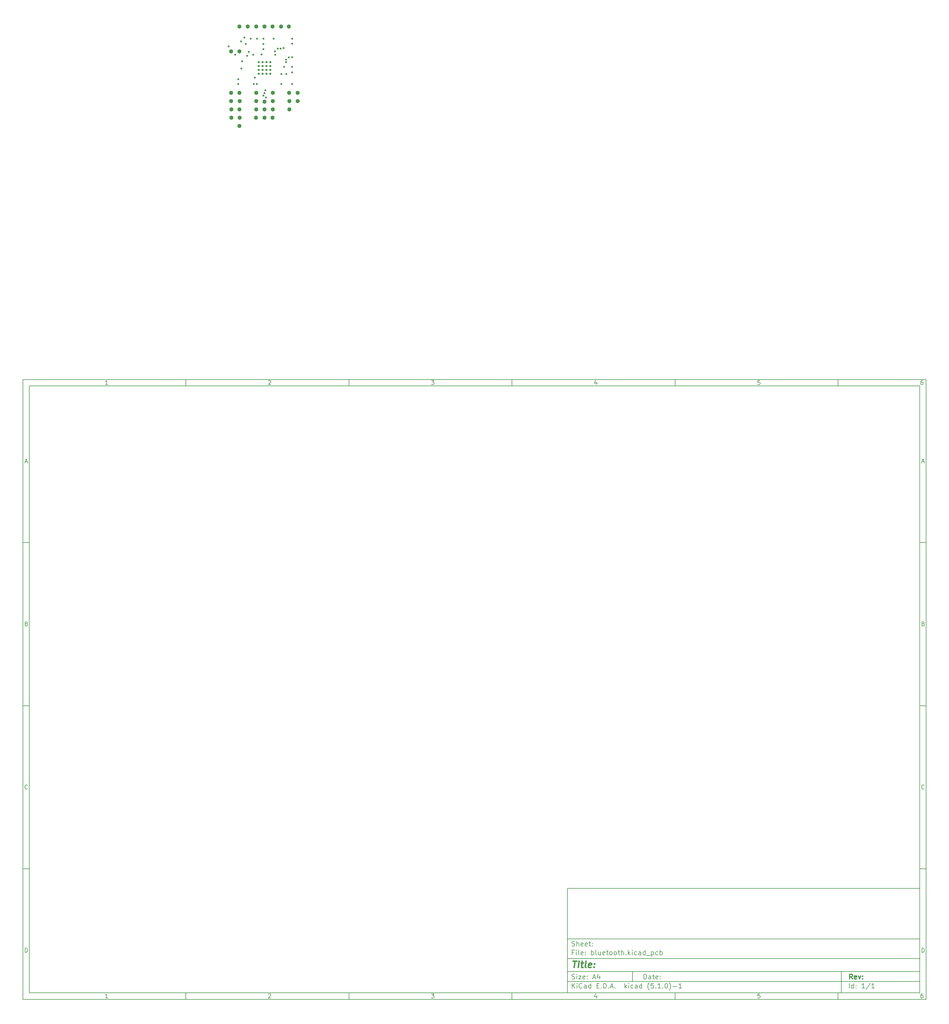
<source format=gbr>
G04 #@! TF.GenerationSoftware,KiCad,Pcbnew,(5.1.0)-1*
G04 #@! TF.CreationDate,2019-07-07T14:12:53+03:00*
G04 #@! TF.ProjectId,bluetooth,626c7565-746f-46f7-9468-2e6b69636164,rev?*
G04 #@! TF.SameCoordinates,Original*
G04 #@! TF.FileFunction,Copper,L28,Inr*
G04 #@! TF.FilePolarity,Positive*
%FSLAX46Y46*%
G04 Gerber Fmt 4.6, Leading zero omitted, Abs format (unit mm)*
G04 Created by KiCad (PCBNEW (5.1.0)-1) date 2019-07-07 14:12:53*
%MOMM*%
%LPD*%
G04 APERTURE LIST*
%ADD10C,0.100000*%
%ADD11C,0.150000*%
%ADD12C,0.300000*%
%ADD13C,0.400000*%
G04 #@! TA.AperFunction,ViaPad*
%ADD14C,1.300000*%
G04 #@! TD*
G04 #@! TA.AperFunction,ViaPad*
%ADD15C,0.609600*%
G04 #@! TD*
G04 #@! TA.AperFunction,ViaPad*
%ADD16C,0.660000*%
G04 #@! TD*
G04 APERTURE END LIST*
D10*
D11*
X177002200Y-166007200D02*
X177002200Y-198007200D01*
X285002200Y-198007200D01*
X285002200Y-166007200D01*
X177002200Y-166007200D01*
D10*
D11*
X10000000Y-10000000D02*
X10000000Y-200007200D01*
X287002200Y-200007200D01*
X287002200Y-10000000D01*
X10000000Y-10000000D01*
D10*
D11*
X12000000Y-12000000D02*
X12000000Y-198007200D01*
X285002200Y-198007200D01*
X285002200Y-12000000D01*
X12000000Y-12000000D01*
D10*
D11*
X60000000Y-12000000D02*
X60000000Y-10000000D01*
D10*
D11*
X110000000Y-12000000D02*
X110000000Y-10000000D01*
D10*
D11*
X160000000Y-12000000D02*
X160000000Y-10000000D01*
D10*
D11*
X210000000Y-12000000D02*
X210000000Y-10000000D01*
D10*
D11*
X260000000Y-12000000D02*
X260000000Y-10000000D01*
D10*
D11*
X36065476Y-11588095D02*
X35322619Y-11588095D01*
X35694047Y-11588095D02*
X35694047Y-10288095D01*
X35570238Y-10473809D01*
X35446428Y-10597619D01*
X35322619Y-10659523D01*
D10*
D11*
X85322619Y-10411904D02*
X85384523Y-10350000D01*
X85508333Y-10288095D01*
X85817857Y-10288095D01*
X85941666Y-10350000D01*
X86003571Y-10411904D01*
X86065476Y-10535714D01*
X86065476Y-10659523D01*
X86003571Y-10845238D01*
X85260714Y-11588095D01*
X86065476Y-11588095D01*
D10*
D11*
X135260714Y-10288095D02*
X136065476Y-10288095D01*
X135632142Y-10783333D01*
X135817857Y-10783333D01*
X135941666Y-10845238D01*
X136003571Y-10907142D01*
X136065476Y-11030952D01*
X136065476Y-11340476D01*
X136003571Y-11464285D01*
X135941666Y-11526190D01*
X135817857Y-11588095D01*
X135446428Y-11588095D01*
X135322619Y-11526190D01*
X135260714Y-11464285D01*
D10*
D11*
X185941666Y-10721428D02*
X185941666Y-11588095D01*
X185632142Y-10226190D02*
X185322619Y-11154761D01*
X186127380Y-11154761D01*
D10*
D11*
X236003571Y-10288095D02*
X235384523Y-10288095D01*
X235322619Y-10907142D01*
X235384523Y-10845238D01*
X235508333Y-10783333D01*
X235817857Y-10783333D01*
X235941666Y-10845238D01*
X236003571Y-10907142D01*
X236065476Y-11030952D01*
X236065476Y-11340476D01*
X236003571Y-11464285D01*
X235941666Y-11526190D01*
X235817857Y-11588095D01*
X235508333Y-11588095D01*
X235384523Y-11526190D01*
X235322619Y-11464285D01*
D10*
D11*
X285941666Y-10288095D02*
X285694047Y-10288095D01*
X285570238Y-10350000D01*
X285508333Y-10411904D01*
X285384523Y-10597619D01*
X285322619Y-10845238D01*
X285322619Y-11340476D01*
X285384523Y-11464285D01*
X285446428Y-11526190D01*
X285570238Y-11588095D01*
X285817857Y-11588095D01*
X285941666Y-11526190D01*
X286003571Y-11464285D01*
X286065476Y-11340476D01*
X286065476Y-11030952D01*
X286003571Y-10907142D01*
X285941666Y-10845238D01*
X285817857Y-10783333D01*
X285570238Y-10783333D01*
X285446428Y-10845238D01*
X285384523Y-10907142D01*
X285322619Y-11030952D01*
D10*
D11*
X60000000Y-198007200D02*
X60000000Y-200007200D01*
D10*
D11*
X110000000Y-198007200D02*
X110000000Y-200007200D01*
D10*
D11*
X160000000Y-198007200D02*
X160000000Y-200007200D01*
D10*
D11*
X210000000Y-198007200D02*
X210000000Y-200007200D01*
D10*
D11*
X260000000Y-198007200D02*
X260000000Y-200007200D01*
D10*
D11*
X36065476Y-199595295D02*
X35322619Y-199595295D01*
X35694047Y-199595295D02*
X35694047Y-198295295D01*
X35570238Y-198481009D01*
X35446428Y-198604819D01*
X35322619Y-198666723D01*
D10*
D11*
X85322619Y-198419104D02*
X85384523Y-198357200D01*
X85508333Y-198295295D01*
X85817857Y-198295295D01*
X85941666Y-198357200D01*
X86003571Y-198419104D01*
X86065476Y-198542914D01*
X86065476Y-198666723D01*
X86003571Y-198852438D01*
X85260714Y-199595295D01*
X86065476Y-199595295D01*
D10*
D11*
X135260714Y-198295295D02*
X136065476Y-198295295D01*
X135632142Y-198790533D01*
X135817857Y-198790533D01*
X135941666Y-198852438D01*
X136003571Y-198914342D01*
X136065476Y-199038152D01*
X136065476Y-199347676D01*
X136003571Y-199471485D01*
X135941666Y-199533390D01*
X135817857Y-199595295D01*
X135446428Y-199595295D01*
X135322619Y-199533390D01*
X135260714Y-199471485D01*
D10*
D11*
X185941666Y-198728628D02*
X185941666Y-199595295D01*
X185632142Y-198233390D02*
X185322619Y-199161961D01*
X186127380Y-199161961D01*
D10*
D11*
X236003571Y-198295295D02*
X235384523Y-198295295D01*
X235322619Y-198914342D01*
X235384523Y-198852438D01*
X235508333Y-198790533D01*
X235817857Y-198790533D01*
X235941666Y-198852438D01*
X236003571Y-198914342D01*
X236065476Y-199038152D01*
X236065476Y-199347676D01*
X236003571Y-199471485D01*
X235941666Y-199533390D01*
X235817857Y-199595295D01*
X235508333Y-199595295D01*
X235384523Y-199533390D01*
X235322619Y-199471485D01*
D10*
D11*
X285941666Y-198295295D02*
X285694047Y-198295295D01*
X285570238Y-198357200D01*
X285508333Y-198419104D01*
X285384523Y-198604819D01*
X285322619Y-198852438D01*
X285322619Y-199347676D01*
X285384523Y-199471485D01*
X285446428Y-199533390D01*
X285570238Y-199595295D01*
X285817857Y-199595295D01*
X285941666Y-199533390D01*
X286003571Y-199471485D01*
X286065476Y-199347676D01*
X286065476Y-199038152D01*
X286003571Y-198914342D01*
X285941666Y-198852438D01*
X285817857Y-198790533D01*
X285570238Y-198790533D01*
X285446428Y-198852438D01*
X285384523Y-198914342D01*
X285322619Y-199038152D01*
D10*
D11*
X10000000Y-60000000D02*
X12000000Y-60000000D01*
D10*
D11*
X10000000Y-110000000D02*
X12000000Y-110000000D01*
D10*
D11*
X10000000Y-160000000D02*
X12000000Y-160000000D01*
D10*
D11*
X10690476Y-35216666D02*
X11309523Y-35216666D01*
X10566666Y-35588095D02*
X11000000Y-34288095D01*
X11433333Y-35588095D01*
D10*
D11*
X11092857Y-84907142D02*
X11278571Y-84969047D01*
X11340476Y-85030952D01*
X11402380Y-85154761D01*
X11402380Y-85340476D01*
X11340476Y-85464285D01*
X11278571Y-85526190D01*
X11154761Y-85588095D01*
X10659523Y-85588095D01*
X10659523Y-84288095D01*
X11092857Y-84288095D01*
X11216666Y-84350000D01*
X11278571Y-84411904D01*
X11340476Y-84535714D01*
X11340476Y-84659523D01*
X11278571Y-84783333D01*
X11216666Y-84845238D01*
X11092857Y-84907142D01*
X10659523Y-84907142D01*
D10*
D11*
X11402380Y-135464285D02*
X11340476Y-135526190D01*
X11154761Y-135588095D01*
X11030952Y-135588095D01*
X10845238Y-135526190D01*
X10721428Y-135402380D01*
X10659523Y-135278571D01*
X10597619Y-135030952D01*
X10597619Y-134845238D01*
X10659523Y-134597619D01*
X10721428Y-134473809D01*
X10845238Y-134350000D01*
X11030952Y-134288095D01*
X11154761Y-134288095D01*
X11340476Y-134350000D01*
X11402380Y-134411904D01*
D10*
D11*
X10659523Y-185588095D02*
X10659523Y-184288095D01*
X10969047Y-184288095D01*
X11154761Y-184350000D01*
X11278571Y-184473809D01*
X11340476Y-184597619D01*
X11402380Y-184845238D01*
X11402380Y-185030952D01*
X11340476Y-185278571D01*
X11278571Y-185402380D01*
X11154761Y-185526190D01*
X10969047Y-185588095D01*
X10659523Y-185588095D01*
D10*
D11*
X287002200Y-60000000D02*
X285002200Y-60000000D01*
D10*
D11*
X287002200Y-110000000D02*
X285002200Y-110000000D01*
D10*
D11*
X287002200Y-160000000D02*
X285002200Y-160000000D01*
D10*
D11*
X285692676Y-35216666D02*
X286311723Y-35216666D01*
X285568866Y-35588095D02*
X286002200Y-34288095D01*
X286435533Y-35588095D01*
D10*
D11*
X286095057Y-84907142D02*
X286280771Y-84969047D01*
X286342676Y-85030952D01*
X286404580Y-85154761D01*
X286404580Y-85340476D01*
X286342676Y-85464285D01*
X286280771Y-85526190D01*
X286156961Y-85588095D01*
X285661723Y-85588095D01*
X285661723Y-84288095D01*
X286095057Y-84288095D01*
X286218866Y-84350000D01*
X286280771Y-84411904D01*
X286342676Y-84535714D01*
X286342676Y-84659523D01*
X286280771Y-84783333D01*
X286218866Y-84845238D01*
X286095057Y-84907142D01*
X285661723Y-84907142D01*
D10*
D11*
X286404580Y-135464285D02*
X286342676Y-135526190D01*
X286156961Y-135588095D01*
X286033152Y-135588095D01*
X285847438Y-135526190D01*
X285723628Y-135402380D01*
X285661723Y-135278571D01*
X285599819Y-135030952D01*
X285599819Y-134845238D01*
X285661723Y-134597619D01*
X285723628Y-134473809D01*
X285847438Y-134350000D01*
X286033152Y-134288095D01*
X286156961Y-134288095D01*
X286342676Y-134350000D01*
X286404580Y-134411904D01*
D10*
D11*
X285661723Y-185588095D02*
X285661723Y-184288095D01*
X285971247Y-184288095D01*
X286156961Y-184350000D01*
X286280771Y-184473809D01*
X286342676Y-184597619D01*
X286404580Y-184845238D01*
X286404580Y-185030952D01*
X286342676Y-185278571D01*
X286280771Y-185402380D01*
X286156961Y-185526190D01*
X285971247Y-185588095D01*
X285661723Y-185588095D01*
D10*
D11*
X200434342Y-193785771D02*
X200434342Y-192285771D01*
X200791485Y-192285771D01*
X201005771Y-192357200D01*
X201148628Y-192500057D01*
X201220057Y-192642914D01*
X201291485Y-192928628D01*
X201291485Y-193142914D01*
X201220057Y-193428628D01*
X201148628Y-193571485D01*
X201005771Y-193714342D01*
X200791485Y-193785771D01*
X200434342Y-193785771D01*
X202577200Y-193785771D02*
X202577200Y-193000057D01*
X202505771Y-192857200D01*
X202362914Y-192785771D01*
X202077200Y-192785771D01*
X201934342Y-192857200D01*
X202577200Y-193714342D02*
X202434342Y-193785771D01*
X202077200Y-193785771D01*
X201934342Y-193714342D01*
X201862914Y-193571485D01*
X201862914Y-193428628D01*
X201934342Y-193285771D01*
X202077200Y-193214342D01*
X202434342Y-193214342D01*
X202577200Y-193142914D01*
X203077200Y-192785771D02*
X203648628Y-192785771D01*
X203291485Y-192285771D02*
X203291485Y-193571485D01*
X203362914Y-193714342D01*
X203505771Y-193785771D01*
X203648628Y-193785771D01*
X204720057Y-193714342D02*
X204577200Y-193785771D01*
X204291485Y-193785771D01*
X204148628Y-193714342D01*
X204077200Y-193571485D01*
X204077200Y-193000057D01*
X204148628Y-192857200D01*
X204291485Y-192785771D01*
X204577200Y-192785771D01*
X204720057Y-192857200D01*
X204791485Y-193000057D01*
X204791485Y-193142914D01*
X204077200Y-193285771D01*
X205434342Y-193642914D02*
X205505771Y-193714342D01*
X205434342Y-193785771D01*
X205362914Y-193714342D01*
X205434342Y-193642914D01*
X205434342Y-193785771D01*
X205434342Y-192857200D02*
X205505771Y-192928628D01*
X205434342Y-193000057D01*
X205362914Y-192928628D01*
X205434342Y-192857200D01*
X205434342Y-193000057D01*
D10*
D11*
X177002200Y-194507200D02*
X285002200Y-194507200D01*
D10*
D11*
X178434342Y-196585771D02*
X178434342Y-195085771D01*
X179291485Y-196585771D02*
X178648628Y-195728628D01*
X179291485Y-195085771D02*
X178434342Y-195942914D01*
X179934342Y-196585771D02*
X179934342Y-195585771D01*
X179934342Y-195085771D02*
X179862914Y-195157200D01*
X179934342Y-195228628D01*
X180005771Y-195157200D01*
X179934342Y-195085771D01*
X179934342Y-195228628D01*
X181505771Y-196442914D02*
X181434342Y-196514342D01*
X181220057Y-196585771D01*
X181077200Y-196585771D01*
X180862914Y-196514342D01*
X180720057Y-196371485D01*
X180648628Y-196228628D01*
X180577200Y-195942914D01*
X180577200Y-195728628D01*
X180648628Y-195442914D01*
X180720057Y-195300057D01*
X180862914Y-195157200D01*
X181077200Y-195085771D01*
X181220057Y-195085771D01*
X181434342Y-195157200D01*
X181505771Y-195228628D01*
X182791485Y-196585771D02*
X182791485Y-195800057D01*
X182720057Y-195657200D01*
X182577200Y-195585771D01*
X182291485Y-195585771D01*
X182148628Y-195657200D01*
X182791485Y-196514342D02*
X182648628Y-196585771D01*
X182291485Y-196585771D01*
X182148628Y-196514342D01*
X182077200Y-196371485D01*
X182077200Y-196228628D01*
X182148628Y-196085771D01*
X182291485Y-196014342D01*
X182648628Y-196014342D01*
X182791485Y-195942914D01*
X184148628Y-196585771D02*
X184148628Y-195085771D01*
X184148628Y-196514342D02*
X184005771Y-196585771D01*
X183720057Y-196585771D01*
X183577200Y-196514342D01*
X183505771Y-196442914D01*
X183434342Y-196300057D01*
X183434342Y-195871485D01*
X183505771Y-195728628D01*
X183577200Y-195657200D01*
X183720057Y-195585771D01*
X184005771Y-195585771D01*
X184148628Y-195657200D01*
X186005771Y-195800057D02*
X186505771Y-195800057D01*
X186720057Y-196585771D02*
X186005771Y-196585771D01*
X186005771Y-195085771D01*
X186720057Y-195085771D01*
X187362914Y-196442914D02*
X187434342Y-196514342D01*
X187362914Y-196585771D01*
X187291485Y-196514342D01*
X187362914Y-196442914D01*
X187362914Y-196585771D01*
X188077200Y-196585771D02*
X188077200Y-195085771D01*
X188434342Y-195085771D01*
X188648628Y-195157200D01*
X188791485Y-195300057D01*
X188862914Y-195442914D01*
X188934342Y-195728628D01*
X188934342Y-195942914D01*
X188862914Y-196228628D01*
X188791485Y-196371485D01*
X188648628Y-196514342D01*
X188434342Y-196585771D01*
X188077200Y-196585771D01*
X189577200Y-196442914D02*
X189648628Y-196514342D01*
X189577200Y-196585771D01*
X189505771Y-196514342D01*
X189577200Y-196442914D01*
X189577200Y-196585771D01*
X190220057Y-196157200D02*
X190934342Y-196157200D01*
X190077200Y-196585771D02*
X190577200Y-195085771D01*
X191077200Y-196585771D01*
X191577200Y-196442914D02*
X191648628Y-196514342D01*
X191577200Y-196585771D01*
X191505771Y-196514342D01*
X191577200Y-196442914D01*
X191577200Y-196585771D01*
X194577200Y-196585771D02*
X194577200Y-195085771D01*
X194720057Y-196014342D02*
X195148628Y-196585771D01*
X195148628Y-195585771D02*
X194577200Y-196157200D01*
X195791485Y-196585771D02*
X195791485Y-195585771D01*
X195791485Y-195085771D02*
X195720057Y-195157200D01*
X195791485Y-195228628D01*
X195862914Y-195157200D01*
X195791485Y-195085771D01*
X195791485Y-195228628D01*
X197148628Y-196514342D02*
X197005771Y-196585771D01*
X196720057Y-196585771D01*
X196577200Y-196514342D01*
X196505771Y-196442914D01*
X196434342Y-196300057D01*
X196434342Y-195871485D01*
X196505771Y-195728628D01*
X196577200Y-195657200D01*
X196720057Y-195585771D01*
X197005771Y-195585771D01*
X197148628Y-195657200D01*
X198434342Y-196585771D02*
X198434342Y-195800057D01*
X198362914Y-195657200D01*
X198220057Y-195585771D01*
X197934342Y-195585771D01*
X197791485Y-195657200D01*
X198434342Y-196514342D02*
X198291485Y-196585771D01*
X197934342Y-196585771D01*
X197791485Y-196514342D01*
X197720057Y-196371485D01*
X197720057Y-196228628D01*
X197791485Y-196085771D01*
X197934342Y-196014342D01*
X198291485Y-196014342D01*
X198434342Y-195942914D01*
X199791485Y-196585771D02*
X199791485Y-195085771D01*
X199791485Y-196514342D02*
X199648628Y-196585771D01*
X199362914Y-196585771D01*
X199220057Y-196514342D01*
X199148628Y-196442914D01*
X199077200Y-196300057D01*
X199077200Y-195871485D01*
X199148628Y-195728628D01*
X199220057Y-195657200D01*
X199362914Y-195585771D01*
X199648628Y-195585771D01*
X199791485Y-195657200D01*
X202077200Y-197157200D02*
X202005771Y-197085771D01*
X201862914Y-196871485D01*
X201791485Y-196728628D01*
X201720057Y-196514342D01*
X201648628Y-196157200D01*
X201648628Y-195871485D01*
X201720057Y-195514342D01*
X201791485Y-195300057D01*
X201862914Y-195157200D01*
X202005771Y-194942914D01*
X202077200Y-194871485D01*
X203362914Y-195085771D02*
X202648628Y-195085771D01*
X202577200Y-195800057D01*
X202648628Y-195728628D01*
X202791485Y-195657200D01*
X203148628Y-195657200D01*
X203291485Y-195728628D01*
X203362914Y-195800057D01*
X203434342Y-195942914D01*
X203434342Y-196300057D01*
X203362914Y-196442914D01*
X203291485Y-196514342D01*
X203148628Y-196585771D01*
X202791485Y-196585771D01*
X202648628Y-196514342D01*
X202577200Y-196442914D01*
X204077200Y-196442914D02*
X204148628Y-196514342D01*
X204077200Y-196585771D01*
X204005771Y-196514342D01*
X204077200Y-196442914D01*
X204077200Y-196585771D01*
X205577200Y-196585771D02*
X204720057Y-196585771D01*
X205148628Y-196585771D02*
X205148628Y-195085771D01*
X205005771Y-195300057D01*
X204862914Y-195442914D01*
X204720057Y-195514342D01*
X206220057Y-196442914D02*
X206291485Y-196514342D01*
X206220057Y-196585771D01*
X206148628Y-196514342D01*
X206220057Y-196442914D01*
X206220057Y-196585771D01*
X207220057Y-195085771D02*
X207362914Y-195085771D01*
X207505771Y-195157200D01*
X207577200Y-195228628D01*
X207648628Y-195371485D01*
X207720057Y-195657200D01*
X207720057Y-196014342D01*
X207648628Y-196300057D01*
X207577200Y-196442914D01*
X207505771Y-196514342D01*
X207362914Y-196585771D01*
X207220057Y-196585771D01*
X207077200Y-196514342D01*
X207005771Y-196442914D01*
X206934342Y-196300057D01*
X206862914Y-196014342D01*
X206862914Y-195657200D01*
X206934342Y-195371485D01*
X207005771Y-195228628D01*
X207077200Y-195157200D01*
X207220057Y-195085771D01*
X208220057Y-197157200D02*
X208291485Y-197085771D01*
X208434342Y-196871485D01*
X208505771Y-196728628D01*
X208577200Y-196514342D01*
X208648628Y-196157200D01*
X208648628Y-195871485D01*
X208577200Y-195514342D01*
X208505771Y-195300057D01*
X208434342Y-195157200D01*
X208291485Y-194942914D01*
X208220057Y-194871485D01*
X209362914Y-196014342D02*
X210505771Y-196014342D01*
X212005771Y-196585771D02*
X211148628Y-196585771D01*
X211577200Y-196585771D02*
X211577200Y-195085771D01*
X211434342Y-195300057D01*
X211291485Y-195442914D01*
X211148628Y-195514342D01*
D10*
D11*
X177002200Y-191507200D02*
X285002200Y-191507200D01*
D10*
D12*
X264411485Y-193785771D02*
X263911485Y-193071485D01*
X263554342Y-193785771D02*
X263554342Y-192285771D01*
X264125771Y-192285771D01*
X264268628Y-192357200D01*
X264340057Y-192428628D01*
X264411485Y-192571485D01*
X264411485Y-192785771D01*
X264340057Y-192928628D01*
X264268628Y-193000057D01*
X264125771Y-193071485D01*
X263554342Y-193071485D01*
X265625771Y-193714342D02*
X265482914Y-193785771D01*
X265197200Y-193785771D01*
X265054342Y-193714342D01*
X264982914Y-193571485D01*
X264982914Y-193000057D01*
X265054342Y-192857200D01*
X265197200Y-192785771D01*
X265482914Y-192785771D01*
X265625771Y-192857200D01*
X265697200Y-193000057D01*
X265697200Y-193142914D01*
X264982914Y-193285771D01*
X266197200Y-192785771D02*
X266554342Y-193785771D01*
X266911485Y-192785771D01*
X267482914Y-193642914D02*
X267554342Y-193714342D01*
X267482914Y-193785771D01*
X267411485Y-193714342D01*
X267482914Y-193642914D01*
X267482914Y-193785771D01*
X267482914Y-192857200D02*
X267554342Y-192928628D01*
X267482914Y-193000057D01*
X267411485Y-192928628D01*
X267482914Y-192857200D01*
X267482914Y-193000057D01*
D10*
D11*
X178362914Y-193714342D02*
X178577200Y-193785771D01*
X178934342Y-193785771D01*
X179077200Y-193714342D01*
X179148628Y-193642914D01*
X179220057Y-193500057D01*
X179220057Y-193357200D01*
X179148628Y-193214342D01*
X179077200Y-193142914D01*
X178934342Y-193071485D01*
X178648628Y-193000057D01*
X178505771Y-192928628D01*
X178434342Y-192857200D01*
X178362914Y-192714342D01*
X178362914Y-192571485D01*
X178434342Y-192428628D01*
X178505771Y-192357200D01*
X178648628Y-192285771D01*
X179005771Y-192285771D01*
X179220057Y-192357200D01*
X179862914Y-193785771D02*
X179862914Y-192785771D01*
X179862914Y-192285771D02*
X179791485Y-192357200D01*
X179862914Y-192428628D01*
X179934342Y-192357200D01*
X179862914Y-192285771D01*
X179862914Y-192428628D01*
X180434342Y-192785771D02*
X181220057Y-192785771D01*
X180434342Y-193785771D01*
X181220057Y-193785771D01*
X182362914Y-193714342D02*
X182220057Y-193785771D01*
X181934342Y-193785771D01*
X181791485Y-193714342D01*
X181720057Y-193571485D01*
X181720057Y-193000057D01*
X181791485Y-192857200D01*
X181934342Y-192785771D01*
X182220057Y-192785771D01*
X182362914Y-192857200D01*
X182434342Y-193000057D01*
X182434342Y-193142914D01*
X181720057Y-193285771D01*
X183077200Y-193642914D02*
X183148628Y-193714342D01*
X183077200Y-193785771D01*
X183005771Y-193714342D01*
X183077200Y-193642914D01*
X183077200Y-193785771D01*
X183077200Y-192857200D02*
X183148628Y-192928628D01*
X183077200Y-193000057D01*
X183005771Y-192928628D01*
X183077200Y-192857200D01*
X183077200Y-193000057D01*
X184862914Y-193357200D02*
X185577200Y-193357200D01*
X184720057Y-193785771D02*
X185220057Y-192285771D01*
X185720057Y-193785771D01*
X186862914Y-192785771D02*
X186862914Y-193785771D01*
X186505771Y-192214342D02*
X186148628Y-193285771D01*
X187077200Y-193285771D01*
D10*
D11*
X263434342Y-196585771D02*
X263434342Y-195085771D01*
X264791485Y-196585771D02*
X264791485Y-195085771D01*
X264791485Y-196514342D02*
X264648628Y-196585771D01*
X264362914Y-196585771D01*
X264220057Y-196514342D01*
X264148628Y-196442914D01*
X264077200Y-196300057D01*
X264077200Y-195871485D01*
X264148628Y-195728628D01*
X264220057Y-195657200D01*
X264362914Y-195585771D01*
X264648628Y-195585771D01*
X264791485Y-195657200D01*
X265505771Y-196442914D02*
X265577200Y-196514342D01*
X265505771Y-196585771D01*
X265434342Y-196514342D01*
X265505771Y-196442914D01*
X265505771Y-196585771D01*
X265505771Y-195657200D02*
X265577200Y-195728628D01*
X265505771Y-195800057D01*
X265434342Y-195728628D01*
X265505771Y-195657200D01*
X265505771Y-195800057D01*
X268148628Y-196585771D02*
X267291485Y-196585771D01*
X267720057Y-196585771D02*
X267720057Y-195085771D01*
X267577200Y-195300057D01*
X267434342Y-195442914D01*
X267291485Y-195514342D01*
X269862914Y-195014342D02*
X268577200Y-196942914D01*
X271148628Y-196585771D02*
X270291485Y-196585771D01*
X270720057Y-196585771D02*
X270720057Y-195085771D01*
X270577200Y-195300057D01*
X270434342Y-195442914D01*
X270291485Y-195514342D01*
D10*
D11*
X177002200Y-187507200D02*
X285002200Y-187507200D01*
D10*
D13*
X178714580Y-188211961D02*
X179857438Y-188211961D01*
X179036009Y-190211961D02*
X179286009Y-188211961D01*
X180274104Y-190211961D02*
X180440771Y-188878628D01*
X180524104Y-188211961D02*
X180416961Y-188307200D01*
X180500295Y-188402438D01*
X180607438Y-188307200D01*
X180524104Y-188211961D01*
X180500295Y-188402438D01*
X181107438Y-188878628D02*
X181869342Y-188878628D01*
X181476485Y-188211961D02*
X181262200Y-189926247D01*
X181333628Y-190116723D01*
X181512200Y-190211961D01*
X181702676Y-190211961D01*
X182655057Y-190211961D02*
X182476485Y-190116723D01*
X182405057Y-189926247D01*
X182619342Y-188211961D01*
X184190771Y-190116723D02*
X183988390Y-190211961D01*
X183607438Y-190211961D01*
X183428866Y-190116723D01*
X183357438Y-189926247D01*
X183452676Y-189164342D01*
X183571723Y-188973866D01*
X183774104Y-188878628D01*
X184155057Y-188878628D01*
X184333628Y-188973866D01*
X184405057Y-189164342D01*
X184381247Y-189354819D01*
X183405057Y-189545295D01*
X185155057Y-190021485D02*
X185238390Y-190116723D01*
X185131247Y-190211961D01*
X185047914Y-190116723D01*
X185155057Y-190021485D01*
X185131247Y-190211961D01*
X185286009Y-188973866D02*
X185369342Y-189069104D01*
X185262200Y-189164342D01*
X185178866Y-189069104D01*
X185286009Y-188973866D01*
X185262200Y-189164342D01*
D10*
D11*
X178934342Y-185600057D02*
X178434342Y-185600057D01*
X178434342Y-186385771D02*
X178434342Y-184885771D01*
X179148628Y-184885771D01*
X179720057Y-186385771D02*
X179720057Y-185385771D01*
X179720057Y-184885771D02*
X179648628Y-184957200D01*
X179720057Y-185028628D01*
X179791485Y-184957200D01*
X179720057Y-184885771D01*
X179720057Y-185028628D01*
X180648628Y-186385771D02*
X180505771Y-186314342D01*
X180434342Y-186171485D01*
X180434342Y-184885771D01*
X181791485Y-186314342D02*
X181648628Y-186385771D01*
X181362914Y-186385771D01*
X181220057Y-186314342D01*
X181148628Y-186171485D01*
X181148628Y-185600057D01*
X181220057Y-185457200D01*
X181362914Y-185385771D01*
X181648628Y-185385771D01*
X181791485Y-185457200D01*
X181862914Y-185600057D01*
X181862914Y-185742914D01*
X181148628Y-185885771D01*
X182505771Y-186242914D02*
X182577200Y-186314342D01*
X182505771Y-186385771D01*
X182434342Y-186314342D01*
X182505771Y-186242914D01*
X182505771Y-186385771D01*
X182505771Y-185457200D02*
X182577200Y-185528628D01*
X182505771Y-185600057D01*
X182434342Y-185528628D01*
X182505771Y-185457200D01*
X182505771Y-185600057D01*
X184362914Y-186385771D02*
X184362914Y-184885771D01*
X184362914Y-185457200D02*
X184505771Y-185385771D01*
X184791485Y-185385771D01*
X184934342Y-185457200D01*
X185005771Y-185528628D01*
X185077200Y-185671485D01*
X185077200Y-186100057D01*
X185005771Y-186242914D01*
X184934342Y-186314342D01*
X184791485Y-186385771D01*
X184505771Y-186385771D01*
X184362914Y-186314342D01*
X185934342Y-186385771D02*
X185791485Y-186314342D01*
X185720057Y-186171485D01*
X185720057Y-184885771D01*
X187148628Y-185385771D02*
X187148628Y-186385771D01*
X186505771Y-185385771D02*
X186505771Y-186171485D01*
X186577200Y-186314342D01*
X186720057Y-186385771D01*
X186934342Y-186385771D01*
X187077200Y-186314342D01*
X187148628Y-186242914D01*
X188434342Y-186314342D02*
X188291485Y-186385771D01*
X188005771Y-186385771D01*
X187862914Y-186314342D01*
X187791485Y-186171485D01*
X187791485Y-185600057D01*
X187862914Y-185457200D01*
X188005771Y-185385771D01*
X188291485Y-185385771D01*
X188434342Y-185457200D01*
X188505771Y-185600057D01*
X188505771Y-185742914D01*
X187791485Y-185885771D01*
X188934342Y-185385771D02*
X189505771Y-185385771D01*
X189148628Y-184885771D02*
X189148628Y-186171485D01*
X189220057Y-186314342D01*
X189362914Y-186385771D01*
X189505771Y-186385771D01*
X190220057Y-186385771D02*
X190077200Y-186314342D01*
X190005771Y-186242914D01*
X189934342Y-186100057D01*
X189934342Y-185671485D01*
X190005771Y-185528628D01*
X190077200Y-185457200D01*
X190220057Y-185385771D01*
X190434342Y-185385771D01*
X190577200Y-185457200D01*
X190648628Y-185528628D01*
X190720057Y-185671485D01*
X190720057Y-186100057D01*
X190648628Y-186242914D01*
X190577200Y-186314342D01*
X190434342Y-186385771D01*
X190220057Y-186385771D01*
X191577200Y-186385771D02*
X191434342Y-186314342D01*
X191362914Y-186242914D01*
X191291485Y-186100057D01*
X191291485Y-185671485D01*
X191362914Y-185528628D01*
X191434342Y-185457200D01*
X191577200Y-185385771D01*
X191791485Y-185385771D01*
X191934342Y-185457200D01*
X192005771Y-185528628D01*
X192077200Y-185671485D01*
X192077200Y-186100057D01*
X192005771Y-186242914D01*
X191934342Y-186314342D01*
X191791485Y-186385771D01*
X191577200Y-186385771D01*
X192505771Y-185385771D02*
X193077200Y-185385771D01*
X192720057Y-184885771D02*
X192720057Y-186171485D01*
X192791485Y-186314342D01*
X192934342Y-186385771D01*
X193077200Y-186385771D01*
X193577200Y-186385771D02*
X193577200Y-184885771D01*
X194220057Y-186385771D02*
X194220057Y-185600057D01*
X194148628Y-185457200D01*
X194005771Y-185385771D01*
X193791485Y-185385771D01*
X193648628Y-185457200D01*
X193577200Y-185528628D01*
X194934342Y-186242914D02*
X195005771Y-186314342D01*
X194934342Y-186385771D01*
X194862914Y-186314342D01*
X194934342Y-186242914D01*
X194934342Y-186385771D01*
X195648628Y-186385771D02*
X195648628Y-184885771D01*
X195791485Y-185814342D02*
X196220057Y-186385771D01*
X196220057Y-185385771D02*
X195648628Y-185957200D01*
X196862914Y-186385771D02*
X196862914Y-185385771D01*
X196862914Y-184885771D02*
X196791485Y-184957200D01*
X196862914Y-185028628D01*
X196934342Y-184957200D01*
X196862914Y-184885771D01*
X196862914Y-185028628D01*
X198220057Y-186314342D02*
X198077200Y-186385771D01*
X197791485Y-186385771D01*
X197648628Y-186314342D01*
X197577200Y-186242914D01*
X197505771Y-186100057D01*
X197505771Y-185671485D01*
X197577200Y-185528628D01*
X197648628Y-185457200D01*
X197791485Y-185385771D01*
X198077200Y-185385771D01*
X198220057Y-185457200D01*
X199505771Y-186385771D02*
X199505771Y-185600057D01*
X199434342Y-185457200D01*
X199291485Y-185385771D01*
X199005771Y-185385771D01*
X198862914Y-185457200D01*
X199505771Y-186314342D02*
X199362914Y-186385771D01*
X199005771Y-186385771D01*
X198862914Y-186314342D01*
X198791485Y-186171485D01*
X198791485Y-186028628D01*
X198862914Y-185885771D01*
X199005771Y-185814342D01*
X199362914Y-185814342D01*
X199505771Y-185742914D01*
X200862914Y-186385771D02*
X200862914Y-184885771D01*
X200862914Y-186314342D02*
X200720057Y-186385771D01*
X200434342Y-186385771D01*
X200291485Y-186314342D01*
X200220057Y-186242914D01*
X200148628Y-186100057D01*
X200148628Y-185671485D01*
X200220057Y-185528628D01*
X200291485Y-185457200D01*
X200434342Y-185385771D01*
X200720057Y-185385771D01*
X200862914Y-185457200D01*
X201220057Y-186528628D02*
X202362914Y-186528628D01*
X202720057Y-185385771D02*
X202720057Y-186885771D01*
X202720057Y-185457200D02*
X202862914Y-185385771D01*
X203148628Y-185385771D01*
X203291485Y-185457200D01*
X203362914Y-185528628D01*
X203434342Y-185671485D01*
X203434342Y-186100057D01*
X203362914Y-186242914D01*
X203291485Y-186314342D01*
X203148628Y-186385771D01*
X202862914Y-186385771D01*
X202720057Y-186314342D01*
X204720057Y-186314342D02*
X204577200Y-186385771D01*
X204291485Y-186385771D01*
X204148628Y-186314342D01*
X204077200Y-186242914D01*
X204005771Y-186100057D01*
X204005771Y-185671485D01*
X204077200Y-185528628D01*
X204148628Y-185457200D01*
X204291485Y-185385771D01*
X204577200Y-185385771D01*
X204720057Y-185457200D01*
X205362914Y-186385771D02*
X205362914Y-184885771D01*
X205362914Y-185457200D02*
X205505771Y-185385771D01*
X205791485Y-185385771D01*
X205934342Y-185457200D01*
X206005771Y-185528628D01*
X206077200Y-185671485D01*
X206077200Y-186100057D01*
X206005771Y-186242914D01*
X205934342Y-186314342D01*
X205791485Y-186385771D01*
X205505771Y-186385771D01*
X205362914Y-186314342D01*
D10*
D11*
X177002200Y-181507200D02*
X285002200Y-181507200D01*
D10*
D11*
X178362914Y-183614342D02*
X178577200Y-183685771D01*
X178934342Y-183685771D01*
X179077200Y-183614342D01*
X179148628Y-183542914D01*
X179220057Y-183400057D01*
X179220057Y-183257200D01*
X179148628Y-183114342D01*
X179077200Y-183042914D01*
X178934342Y-182971485D01*
X178648628Y-182900057D01*
X178505771Y-182828628D01*
X178434342Y-182757200D01*
X178362914Y-182614342D01*
X178362914Y-182471485D01*
X178434342Y-182328628D01*
X178505771Y-182257200D01*
X178648628Y-182185771D01*
X179005771Y-182185771D01*
X179220057Y-182257200D01*
X179862914Y-183685771D02*
X179862914Y-182185771D01*
X180505771Y-183685771D02*
X180505771Y-182900057D01*
X180434342Y-182757200D01*
X180291485Y-182685771D01*
X180077200Y-182685771D01*
X179934342Y-182757200D01*
X179862914Y-182828628D01*
X181791485Y-183614342D02*
X181648628Y-183685771D01*
X181362914Y-183685771D01*
X181220057Y-183614342D01*
X181148628Y-183471485D01*
X181148628Y-182900057D01*
X181220057Y-182757200D01*
X181362914Y-182685771D01*
X181648628Y-182685771D01*
X181791485Y-182757200D01*
X181862914Y-182900057D01*
X181862914Y-183042914D01*
X181148628Y-183185771D01*
X183077200Y-183614342D02*
X182934342Y-183685771D01*
X182648628Y-183685771D01*
X182505771Y-183614342D01*
X182434342Y-183471485D01*
X182434342Y-182900057D01*
X182505771Y-182757200D01*
X182648628Y-182685771D01*
X182934342Y-182685771D01*
X183077200Y-182757200D01*
X183148628Y-182900057D01*
X183148628Y-183042914D01*
X182434342Y-183185771D01*
X183577200Y-182685771D02*
X184148628Y-182685771D01*
X183791485Y-182185771D02*
X183791485Y-183471485D01*
X183862914Y-183614342D01*
X184005771Y-183685771D01*
X184148628Y-183685771D01*
X184648628Y-183542914D02*
X184720057Y-183614342D01*
X184648628Y-183685771D01*
X184577200Y-183614342D01*
X184648628Y-183542914D01*
X184648628Y-183685771D01*
X184648628Y-182757200D02*
X184720057Y-182828628D01*
X184648628Y-182900057D01*
X184577200Y-182828628D01*
X184648628Y-182757200D01*
X184648628Y-182900057D01*
D10*
D11*
X197002200Y-191507200D02*
X197002200Y-194507200D01*
D10*
D11*
X261002200Y-191507200D02*
X261002200Y-198007200D01*
D14*
G04 #@! TO.N,Net-(U22-Pad1)*
G04 #@! TO.C,U22*
X86650000Y77830000D03*
G04 #@! TD*
G04 #@! TO.N,GND*
G04 #@! TO.C,U26*
X73890000Y90530000D03*
G04 #@! TD*
G04 #@! TO.N,N/C*
G04 #@! TO.C,U8*
X76430000Y90530000D03*
G04 #@! TD*
G04 #@! TO.N,N/C*
G04 #@! TO.C,U33*
X76430000Y77830000D03*
G04 #@! TD*
G04 #@! TO.N,N/C*
G04 #@! TO.C,U31*
X81510000Y70210000D03*
G04 #@! TD*
G04 #@! TO.N,N/C*
G04 #@! TO.C,U25*
X73950000Y72800000D03*
G04 #@! TD*
G04 #@! TO.N,N/C*
G04 #@! TO.C,U20*
X84110000Y72800000D03*
G04 #@! TD*
G04 #@! TO.N,N/C*
G04 #@! TO.C,U19*
X91670000Y77830000D03*
G04 #@! TD*
G04 #@! TO.N,Net-(U32-Pad1)*
G04 #@! TO.C,U32*
X73890000Y75290000D03*
G04 #@! TD*
G04 #@! TO.N,Net-(U30-Pad1)*
G04 #@! TO.C,U30*
X76430000Y72750000D03*
G04 #@! TD*
G04 #@! TO.N,Net-(U29-Pad1)*
G04 #@! TO.C,U29*
X73890000Y77830000D03*
G04 #@! TD*
G04 #@! TO.N,Net-(U28-Pad1)*
G04 #@! TO.C,U28*
X73950000Y70260000D03*
G04 #@! TD*
G04 #@! TO.N,Net-(U27-Pad1)*
G04 #@! TO.C,U27*
X84110000Y70260000D03*
G04 #@! TD*
G04 #@! TO.N,Net-(U24-Pad1)*
G04 #@! TO.C,U24*
X76430000Y67670000D03*
G04 #@! TD*
G04 #@! TO.N,Net-(U23-Pad1)*
G04 #@! TO.C,U23*
X86590000Y70210000D03*
G04 #@! TD*
G04 #@! TO.N,Net-(U22-Pad1)*
G04 #@! TO.C,U22*
X86650000Y75340000D03*
G04 #@! TD*
G04 #@! TO.N,Net-(U21-Pad1)*
G04 #@! TO.C,U21*
X76490000Y75340000D03*
G04 #@! TD*
G04 #@! TO.N,Net-(U18-Pad1)*
G04 #@! TO.C,U18*
X84140000Y75110000D03*
G04 #@! TD*
G04 #@! TO.N,Net-(U17-Pad1)*
G04 #@! TO.C,U17*
X81570000Y72800000D03*
G04 #@! TD*
G04 #@! TO.N,Net-(U16-Pad1)*
G04 #@! TO.C,U16*
X91730000Y75340000D03*
G04 #@! TD*
G04 #@! TO.N,Net-(U15-Pad1)*
G04 #@! TO.C,U15*
X94270000Y77880000D03*
G04 #@! TD*
G04 #@! TO.N,Net-(U14-Pad1)*
G04 #@! TO.C,U14*
X81570000Y77880000D03*
G04 #@! TD*
G04 #@! TO.N,Net-(U13-Pad1)*
G04 #@! TO.C,U13*
X86650000Y72800000D03*
G04 #@! TD*
G04 #@! TO.N,Net-(U12-Pad1)*
G04 #@! TO.C,U12*
X94270000Y75340000D03*
G04 #@! TD*
G04 #@! TO.N,Net-(U11-Pad1)*
G04 #@! TO.C,U11*
X81570000Y75340000D03*
G04 #@! TD*
G04 #@! TO.N,Net-(U10-Pad1)*
G04 #@! TO.C,U10*
X91730000Y72800000D03*
G04 #@! TD*
G04 #@! TO.N,Net-(U9-Pad1)*
G04 #@! TO.C,U9*
X76490000Y70260000D03*
G04 #@! TD*
G04 #@! TO.N,Net-(U7-Pad1)*
G04 #@! TO.C,U7*
X76430000Y98150000D03*
G04 #@! TD*
G04 #@! TO.N,Net-(U6-Pad1)*
G04 #@! TO.C,U6*
X84110000Y98200000D03*
G04 #@! TD*
G04 #@! TO.N,Net-(U5-Pad1)*
G04 #@! TO.C,U5*
X78970000Y98150000D03*
G04 #@! TD*
G04 #@! TO.N,Net-(U4-Pad1)*
G04 #@! TO.C,U4*
X86590000Y98150000D03*
G04 #@! TD*
G04 #@! TO.N,Net-(U3-Pad1)*
G04 #@! TO.C,U3*
X89190000Y98200000D03*
G04 #@! TD*
G04 #@! TO.N,Net-(U15-Pad1)*
G04 #@! TO.C,U2*
X81590000Y98150000D03*
G04 #@! TD*
G04 #@! TO.N,Net-(U1-Pad1)*
G04 #@! TO.C,U1*
X91590000Y98150000D03*
G04 #@! TD*
D15*
G04 #@! TO.N,*
X84525440Y76454030D03*
X84319540Y78653980D03*
X84091340Y77763700D03*
X83782310Y76998500D03*
G04 #@! TO.N,VDD_NRF*
X87433170Y89505000D03*
X81718340Y80589420D03*
X78775930Y89168620D03*
G04 #@! TO.N,P0.04/AIN2*
X76079540Y81986420D03*
G04 #@! TO.N,GND*
X83775740Y91257420D03*
X81794540Y94432420D03*
X87331570Y90589200D03*
X83216850Y89657310D03*
X92589450Y94432480D03*
X86874450Y94432480D03*
X80594610Y89571750D03*
X76895520Y93610250D03*
X79838740Y94432420D03*
X83766330Y94432510D03*
X77019340Y85288420D03*
X76079540Y80589420D03*
X92589540Y80589420D03*
X89236740Y80589420D03*
X92589450Y84151820D03*
X90777160Y83590630D03*
X92589450Y85828220D03*
X92589430Y88768320D03*
X89973170Y91613200D03*
X92589450Y92908480D03*
X89008050Y91409910D03*
X88144450Y91409910D03*
X83766330Y92883110D03*
X75114230Y89538770D03*
X79292310Y90379180D03*
X77954720Y94824460D03*
X73137090Y92100460D03*
X80778540Y80564020D03*
X81108740Y82491620D03*
X77234690Y87488080D03*
X78314740Y92832220D03*
X91548140Y88722580D03*
D16*
X82305940Y87291620D03*
X83505930Y87291620D03*
X84705930Y87291620D03*
X85905930Y87291620D03*
X82305940Y86091620D03*
X83505930Y86091620D03*
X84705930Y86091620D03*
X85905930Y86091620D03*
X82305940Y84891620D03*
X83505930Y84891620D03*
X84705930Y84891620D03*
X85905930Y84891620D03*
X82305940Y83691620D03*
X83505930Y83691620D03*
X84705930Y83691620D03*
X85905930Y83691620D03*
D15*
X90684540Y88057020D03*
X90684540Y87218820D03*
X90129730Y85841220D03*
X89236740Y83586620D03*
G04 #@! TD*
M02*

</source>
